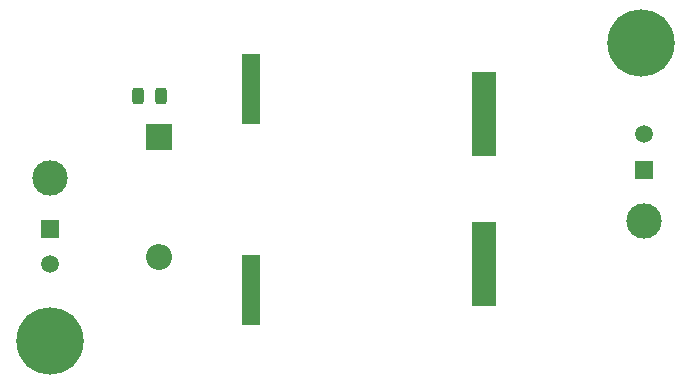
<source format=gbr>
%TF.GenerationSoftware,KiCad,Pcbnew,7.0.10*%
%TF.CreationDate,2024-01-31T01:51:46-06:00*%
%TF.ProjectId,RBDaughter,52424461-7567-4687-9465-722e6b696361,rev?*%
%TF.SameCoordinates,Original*%
%TF.FileFunction,Soldermask,Top*%
%TF.FilePolarity,Negative*%
%FSLAX46Y46*%
G04 Gerber Fmt 4.6, Leading zero omitted, Abs format (unit mm)*
G04 Created by KiCad (PCBNEW 7.0.10) date 2024-01-31 01:51:46*
%MOMM*%
%LPD*%
G01*
G04 APERTURE LIST*
G04 Aperture macros list*
%AMRoundRect*
0 Rectangle with rounded corners*
0 $1 Rounding radius*
0 $2 $3 $4 $5 $6 $7 $8 $9 X,Y pos of 4 corners*
0 Add a 4 corners polygon primitive as box body*
4,1,4,$2,$3,$4,$5,$6,$7,$8,$9,$2,$3,0*
0 Add four circle primitives for the rounded corners*
1,1,$1+$1,$2,$3*
1,1,$1+$1,$4,$5*
1,1,$1+$1,$6,$7*
1,1,$1+$1,$8,$9*
0 Add four rect primitives between the rounded corners*
20,1,$1+$1,$2,$3,$4,$5,0*
20,1,$1+$1,$4,$5,$6,$7,0*
20,1,$1+$1,$6,$7,$8,$9,0*
20,1,$1+$1,$8,$9,$2,$3,0*%
G04 Aperture macros list end*
%ADD10RoundRect,0.243750X-0.243750X-0.456250X0.243750X-0.456250X0.243750X0.456250X-0.243750X0.456250X0*%
%ADD11C,3.600000*%
%ADD12C,5.700000*%
%ADD13C,3.000000*%
%ADD14R,1.520000X1.520000*%
%ADD15C,1.520000*%
%ADD16O,2.200000X2.200000*%
%ADD17R,2.200000X2.200000*%
%ADD18R,2.000000X7.200000*%
%ADD19R,1.500000X6.000000*%
G04 APERTURE END LIST*
D10*
%TO.C,F1*%
X68225000Y-76700000D03*
X70100000Y-76700000D03*
%TD*%
D11*
%TO.C,H2*%
X110750000Y-72250000D03*
D12*
X110750000Y-72250000D03*
%TD*%
%TO.C,H1*%
X60750000Y-97500000D03*
D11*
X60750000Y-97500000D03*
%TD*%
D13*
%TO.C,J2*%
X111028250Y-87314600D03*
D14*
X111028250Y-82994600D03*
D15*
X111028250Y-79994600D03*
%TD*%
D13*
%TO.C,J1*%
X60750000Y-83685400D03*
D14*
X60750000Y-88005400D03*
D15*
X60750000Y-91005400D03*
%TD*%
D16*
%TO.C,D1*%
X70000000Y-90330000D03*
D17*
X70000000Y-80170000D03*
%TD*%
D18*
%TO.C,K1*%
X97500000Y-78300000D03*
X97500000Y-91000000D03*
D19*
X77800000Y-93150000D03*
X77800000Y-76150000D03*
%TD*%
M02*

</source>
